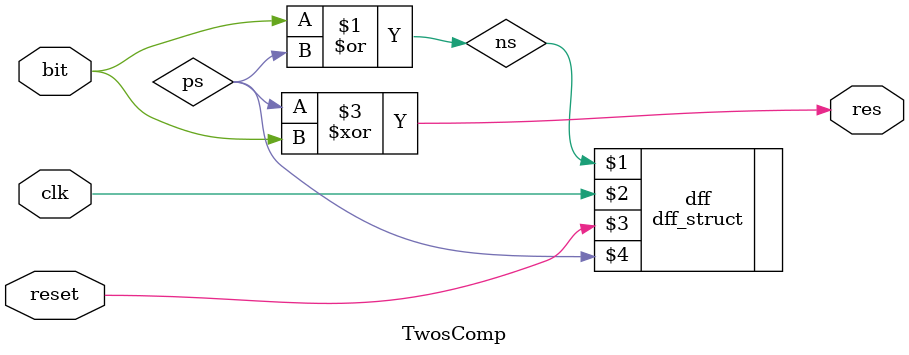
<source format=v>
/*
Assignment 5
Problem no: 2
Semester: 5th
Group: 28
Members: 
Aryan Singh (19CS30007)
Abhinandan De (19CS10069)
*/

`timescale 1ns/1ns

`ifndef _TwosComp_v_
`define _TwosComp_v_
`include "Dff.v"

// module dff_struct(D, Clk, Reset, Q);

module TwosComp(
        input reset,
        input bit,
        input clk,
        output reg res
    );
    
    wire ps, ns;
    assign ns = bit | ps; // next state logic
    dff_struct dff(ns, clk, reset, ps);  // to store the state
    always @(*) res = ps ^ bit; // output logic

endmodule // PG_Generator

`endif // _PGGenerator_v_

// state  encoding description
// A        0           Have not seen 1
// B        1           have seen 1
// NS  Logic 
// PS\Input
//    0   1
// 0  0   1
// 1  1   1
// NS = Input + PS = Input or PS

// Output Logic
// Ps\Input
//    0   1
// 0  0   1  
// 1  1   0
// output = Input*PS' + Input'*PS = Input xor PS
</source>
